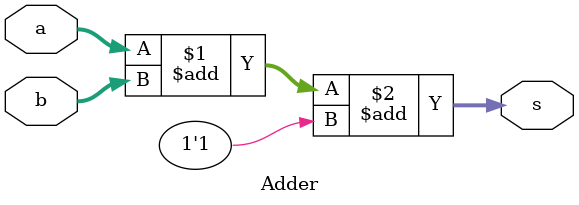
<source format=v>
`timescale 1ns / 1ps
module Adder(
		input[29:0] a,
		input[29:0] b,
		output[29:0] s
    );
assign s = a+b+1'b1;


endmodule

</source>
